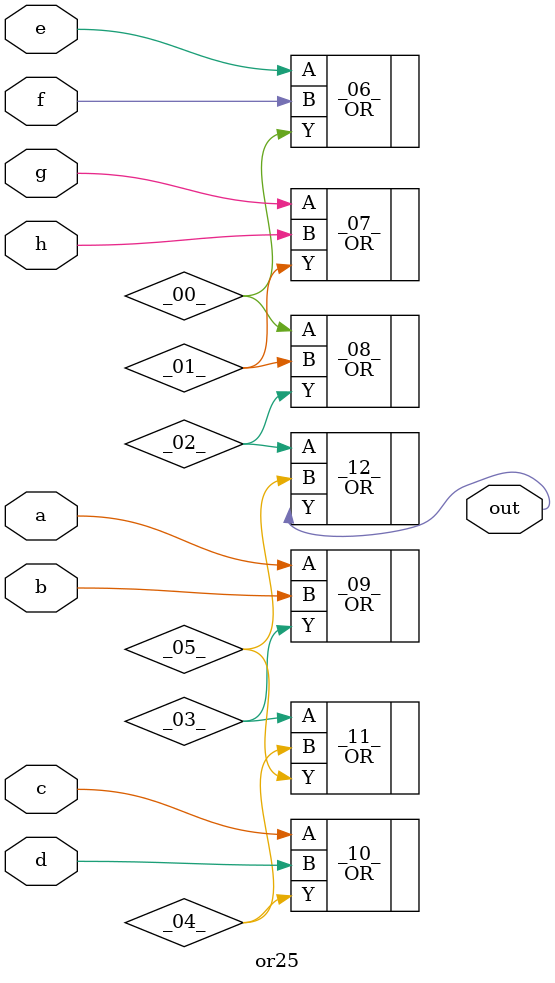
<source format=v>
/* Generated by Yosys 0.41+83 (git sha1 7045cf509, x86_64-w64-mingw32-g++ 13.2.1 -Os) */

/* cells_not_processed =  1  */
/* src = "or25.v:1.1-15.10" */
module or25(a, b, c, d, e, f, g, h, out);
  wire _00_;
  wire _01_;
  wire _02_;
  wire _03_;
  wire _04_;
  wire _05_;
  /* src = "or25.v:2.9-2.10" */
  input a;
  wire a;
  /* src = "or25.v:3.9-3.10" */
  input b;
  wire b;
  /* src = "or25.v:4.9-4.10" */
  input c;
  wire c;
  /* src = "or25.v:5.9-5.10" */
  input d;
  wire d;
  /* src = "or25.v:6.9-6.10" */
  input e;
  wire e;
  /* src = "or25.v:7.9-7.10" */
  input f;
  wire f;
  /* src = "or25.v:8.9-8.10" */
  input g;
  wire g;
  /* src = "or25.v:9.9-9.10" */
  input h;
  wire h;
  /* src = "or25.v:10.10-10.13" */
  output out;
  wire out;
  OR _06_ (
    .A(e),
    .B(f),
    .Y(_00_)
  );
  OR _07_ (
    .A(g),
    .B(h),
    .Y(_01_)
  );
  OR _08_ (
    .A(_00_),
    .B(_01_),
    .Y(_02_)
  );
  OR _09_ (
    .A(a),
    .B(b),
    .Y(_03_)
  );
  OR _10_ (
    .A(c),
    .B(d),
    .Y(_04_)
  );
  OR _11_ (
    .A(_03_),
    .B(_04_),
    .Y(_05_)
  );
  OR _12_ (
    .A(_02_),
    .B(_05_),
    .Y(out)
  );
endmodule

</source>
